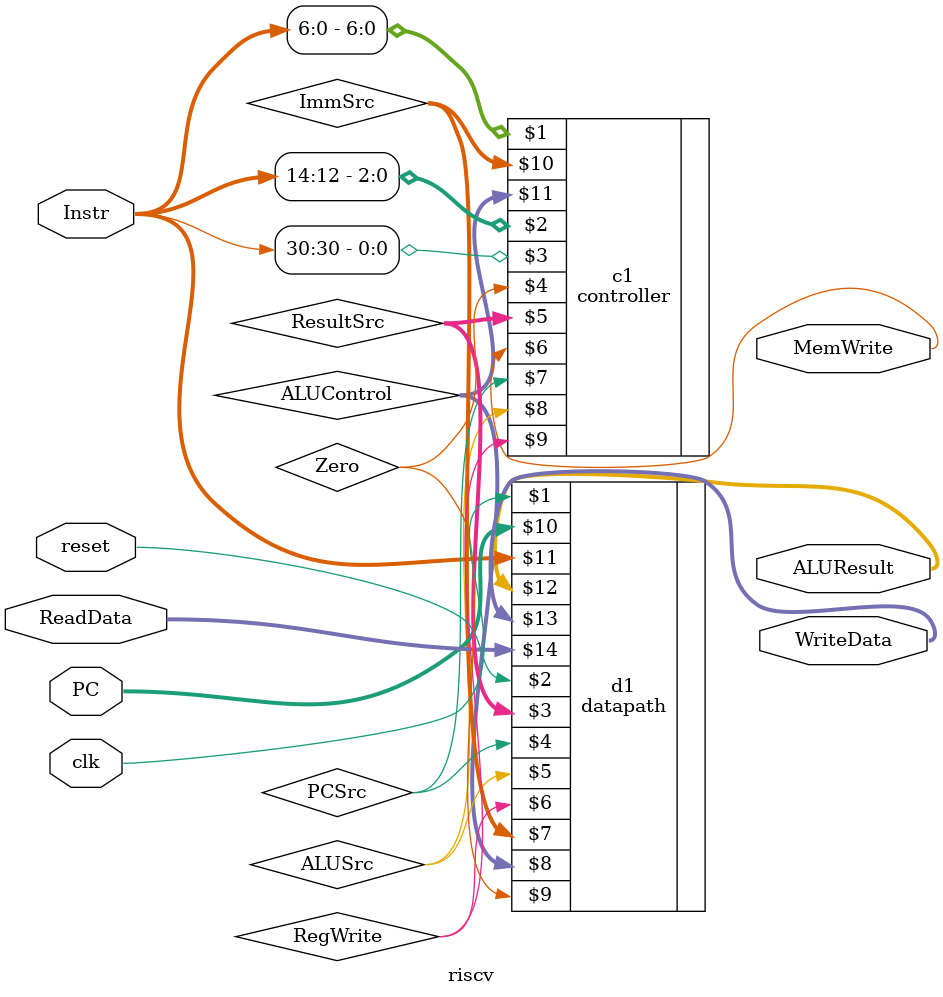
<source format=v>
`include "controller.v"
`include "datapath.v"


module riscv(clk, reset,PC,Instr,MemWrite, ALUResult, WriteData,ReadData);

    input clk, reset;
    input [31:0] Instr,ReadData;
    inout[31:0] PC;
    output MemWrite;
    output[31:0] ALUResult, WriteData;

    wire ALUSrc, RegWrite, Zero;
    wire [1:0] ResultSrc, ImmSrc;
    wire [2:0] ALUControl;

    controller c1(Instr[6:0], Instr[14:12], Instr[30], Zero, ResultSrc, MemWrite, PCSrc, ALUSrc,RegWrite, ImmSrc,ALUControl);

    datapath d1(clk, reset,ResultSrc, PCSrc, ALUSrc,RegWrite,ImmSrc,ALUControl,Zero,PC, Instr,ALUResult, WriteData, ReadData);

endmodule
</source>
